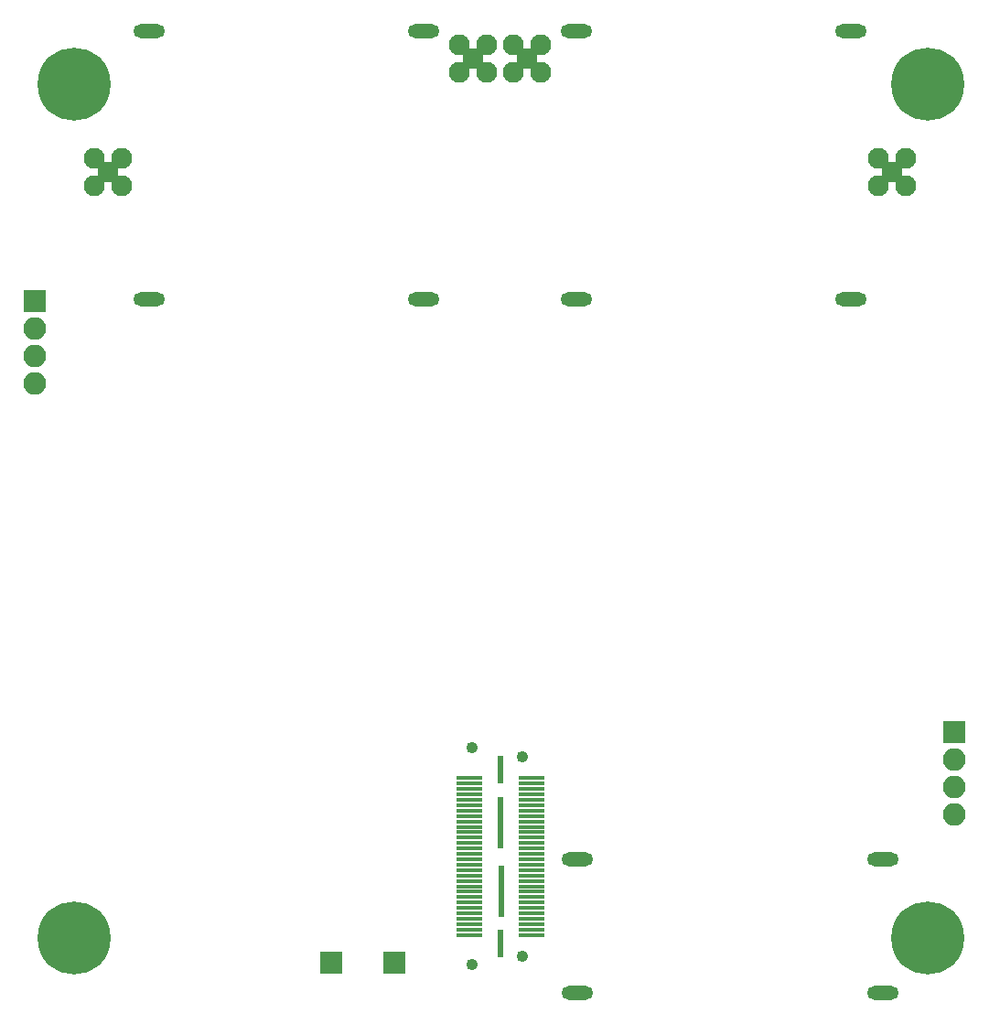
<source format=gbr>
G04 #@! TF.GenerationSoftware,KiCad,Pcbnew,no-vcs-found*
G04 #@! TF.CreationDate,2018-08-11T17:43:10-05:00*
G04 #@! TF.ProjectId,rtihu,72746968752E6B696361645F70636200,rev?*
G04 #@! TF.SameCoordinates,Original
G04 #@! TF.FileFunction,Soldermask,Bot*
G04 #@! TF.FilePolarity,Negative*
%FSLAX46Y46*%
G04 Gerber Fmt 4.6, Leading zero omitted, Abs format (unit mm)*
G04 Created by KiCad (PCBNEW no-vcs-found) date Sat Aug 11 17:43:10 2018*
%MOMM*%
%LPD*%
G01*
G04 APERTURE LIST*
%ADD10C,0.100000*%
%ADD11C,1.080000*%
%ADD12R,0.490000X2.600000*%
%ADD13R,0.490000X4.760000*%
%ADD14R,2.330000X0.339400*%
%ADD15O,2.940000X1.289000*%
%ADD16C,6.750000*%
%ADD17C,1.950000*%
%ADD18R,2.100000X2.100000*%
%ADD19O,2.100000X2.100000*%
G04 APERTURE END LIST*
D10*
D11*
X193360000Y-146025000D03*
D12*
X196000000Y-144065000D03*
D13*
X196050000Y-139175000D03*
D12*
X196000000Y-127935000D03*
D14*
X193150000Y-134750000D03*
X193150000Y-143250000D03*
X193150000Y-142750000D03*
X193150000Y-142250000D03*
X193150000Y-141750000D03*
X193150000Y-141250000D03*
X193150000Y-140750000D03*
X193150000Y-140250000D03*
X193150000Y-139750000D03*
X193150000Y-139250000D03*
X193150000Y-138750000D03*
X193150000Y-138250000D03*
X193150000Y-137750000D03*
X193150000Y-137250000D03*
X193150000Y-136750000D03*
X193150000Y-136250000D03*
X193150000Y-135750000D03*
X193150000Y-135250000D03*
X193150000Y-134250000D03*
X193150000Y-133750000D03*
X193150000Y-133250000D03*
X193150000Y-132750000D03*
X193150000Y-132250000D03*
X193150000Y-131750000D03*
X193150000Y-131250000D03*
X193150000Y-130750000D03*
X193150000Y-130250000D03*
X193150000Y-129750000D03*
X193150000Y-129250000D03*
X193150000Y-128750000D03*
X198850000Y-128750000D03*
X198850000Y-129250000D03*
X198850000Y-129750000D03*
X198850000Y-130250000D03*
X198850000Y-130750000D03*
X198850000Y-131250000D03*
X198850000Y-131750000D03*
X198850000Y-132250000D03*
X198850000Y-132750000D03*
X198850000Y-133250000D03*
X198850000Y-133750000D03*
X198850000Y-134250000D03*
X198850000Y-135250000D03*
X198850000Y-135750000D03*
X198850000Y-136250000D03*
X198850000Y-136750000D03*
X198850000Y-137250000D03*
X198850000Y-137750000D03*
X198850000Y-138250000D03*
X198850000Y-138750000D03*
X198850000Y-139250000D03*
X198850000Y-139750000D03*
X198850000Y-140250000D03*
X198850000Y-140750000D03*
X198850000Y-141250000D03*
X198850000Y-141750000D03*
X198850000Y-142250000D03*
X198850000Y-142750000D03*
X198850000Y-143250000D03*
X198850000Y-134750000D03*
D13*
X196000000Y-132825000D03*
D11*
X193330000Y-125935000D03*
X198030000Y-126760000D03*
X198030000Y-145240000D03*
D15*
X163512500Y-59626500D03*
X163512500Y-84455000D03*
X188912500Y-59626500D03*
X188912500Y-84455000D03*
X203009500Y-59626500D03*
X203009500Y-84455000D03*
X228409500Y-59626500D03*
X228409500Y-84455000D03*
D16*
X235500000Y-64500000D03*
X156500000Y-64500000D03*
X156500000Y-143500000D03*
X235500000Y-143500000D03*
D17*
X230949500Y-71374000D03*
X230949500Y-73914000D03*
X233489500Y-73914000D03*
X233489500Y-71374000D03*
X232219500Y-72644000D03*
X198437500Y-62166500D03*
X199707500Y-60896500D03*
X199707500Y-63436500D03*
X197167500Y-63436500D03*
X197167500Y-60896500D03*
X192151000Y-60896500D03*
X192151000Y-63436500D03*
X194691000Y-63436500D03*
X194691000Y-60896500D03*
X193421000Y-62166500D03*
X159702500Y-72644000D03*
X160972500Y-71374000D03*
X160972500Y-73914000D03*
X158432500Y-73914000D03*
X158432500Y-71374000D03*
D18*
X237998000Y-124460000D03*
D19*
X237998000Y-127000000D03*
X237998000Y-129540000D03*
X237998000Y-132080000D03*
X152908000Y-92202000D03*
X152908000Y-89662000D03*
X152908000Y-87122000D03*
D18*
X152908000Y-84582000D03*
X180340000Y-145796000D03*
X186182000Y-145796000D03*
D15*
X203073000Y-136271000D03*
X203073000Y-148590000D03*
X231394000Y-136271000D03*
X231394000Y-148590000D03*
M02*

</source>
